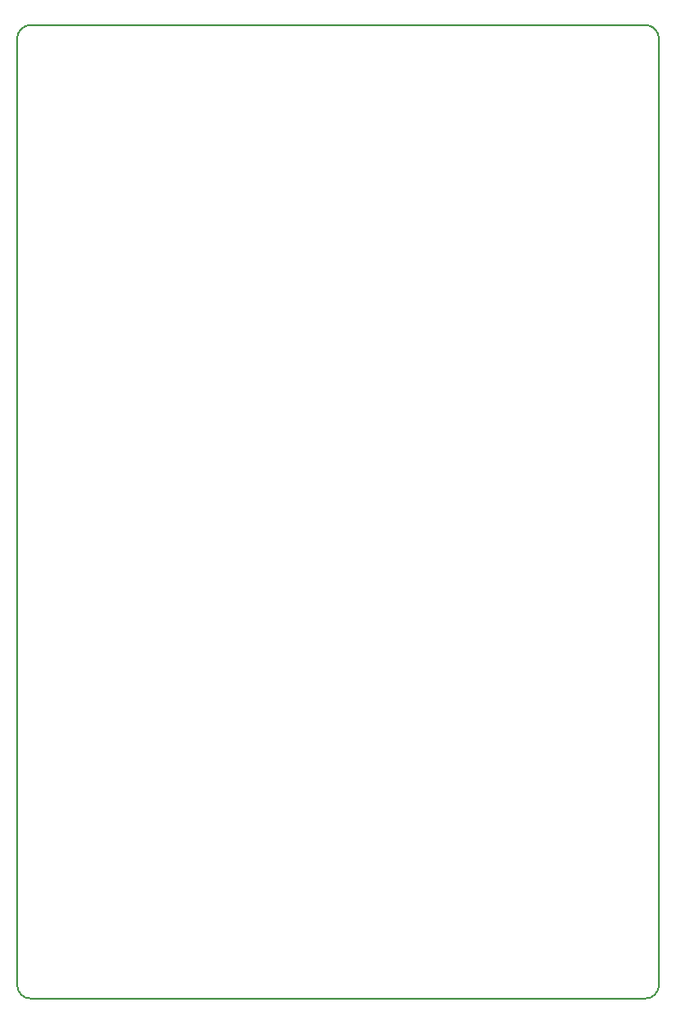
<source format=gm1>
G04 #@! TF.GenerationSoftware,KiCad,Pcbnew,5.0.2-bee76a0~70~ubuntu18.04.1*
G04 #@! TF.CreationDate,2019-04-03T21:09:33-04:00*
G04 #@! TF.ProjectId,Brakelight_Shutdown_BSPD,4272616b-656c-4696-9768-745f53687574,rev?*
G04 #@! TF.SameCoordinates,Original*
G04 #@! TF.FileFunction,Profile,NP*
%FSLAX46Y46*%
G04 Gerber Fmt 4.6, Leading zero omitted, Abs format (unit mm)*
G04 Created by KiCad (PCBNEW 5.0.2-bee76a0~70~ubuntu18.04.1) date Wed 03 Apr 2019 09:09:33 PM EDT*
%MOMM*%
%LPD*%
G01*
G04 APERTURE LIST*
%ADD10C,0.200000*%
G04 APERTURE END LIST*
D10*
X220813010Y-137160000D02*
G75*
G02X219543010Y-138430000I-1270000J0D01*
G01*
X161798000Y-46990000D02*
X219543010Y-46990000D01*
X160528000Y-137160000D02*
X160528000Y-48260000D01*
X219543010Y-46990000D02*
G75*
G02X220813010Y-48260000I0J-1270000D01*
G01*
X219543010Y-138430000D02*
X161798000Y-138430000D01*
X220813010Y-48260000D02*
X220813010Y-137160000D01*
X160528000Y-48260000D02*
G75*
G02X161798000Y-46990000I1270000J0D01*
G01*
X161798000Y-138430000D02*
G75*
G02X160528000Y-137160000I0J1270000D01*
G01*
M02*

</source>
